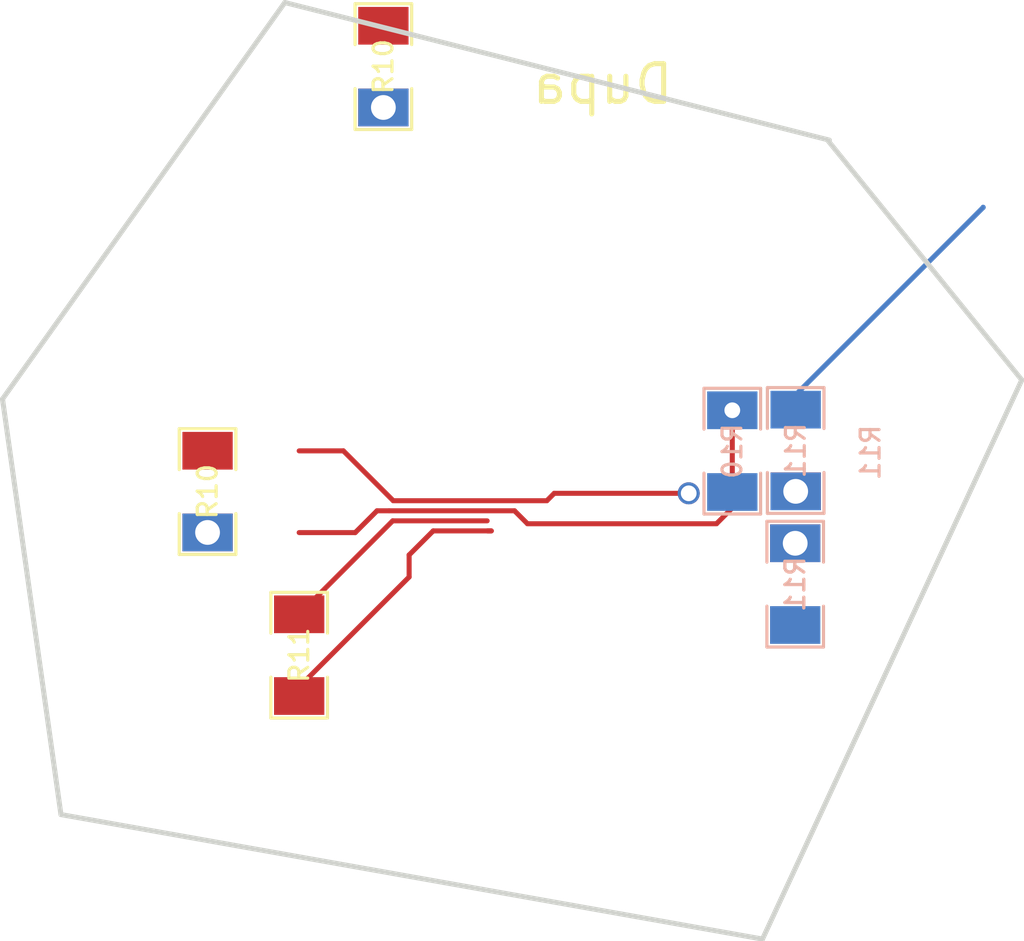
<source format=kicad_pcb>
(kicad_pcb (version 20200724) (host pcbnew "(5.99.0-2470-gb06c158764-dirty)")

  (general
    (thickness 1.6002)
    (drawings 7)
    (tracks 28)
    (modules 6)
    (nets 5)
  )

  (paper "A3")
  (title_block
    (title "KiCad demo")
    (date "2015-10-14")
    (rev "1.A")
  )

  (layers
    (0 "Composant" signal)
    (1 "GND_layer" signal)
    (2 "VCC_layer" signal)
    (31 "Cuivre" signal)
    (32 "B.Adhes" user)
    (33 "F.Adhes" user)
    (34 "B.Paste" user)
    (35 "F.Paste" user)
    (36 "B.SilkS" user)
    (37 "F.SilkS" user)
    (38 "B.Mask" user)
    (39 "F.Mask" user)
    (40 "Dwgs.User" user)
    (41 "Cmts.User" user)
    (42 "Eco1.User" user)
    (43 "Eco2.User" user)
    (44 "Edge.Cuts" user)
    (45 "Margin" user)
    (46 "B.CrtYd" user)
    (47 "F.CrtYd" user)
  )

  (setup
    (aux_axis_origin 40.9 173.1)
    (pcbplotparams
      (layerselection 0x010fc_80000007)
      (usegerberextensions false)
      (usegerberattributes true)
      (usegerberadvancedattributes true)
      (creategerberjobfile true)
      (svguseinch false)
      (svgprecision 6)
      (excludeedgelayer false)
      (linewidth 0.100000)
      (plotframeref false)
      (viasonmask false)
      (mode 1)
      (useauxorigin true)
      (hpglpennumber 1)
      (hpglpenspeed 20)
      (hpglpendiameter 15.000000)
      (psnegative false)
      (psa4output false)
      (plotreference true)
      (plotvalue true)
      (plotinvisibletext false)
      (sketchpadsonfab false)
      (subtractmaskfromsilk false)
      (outputformat 1)
      (mirror false)
      (drillshape 0)
      (scaleselection 1)
      (outputdirectory "plots")
    )
  )

  (net 0 "")
  (net 1 "Net1")
  (net 2 "Net2")
  (net 3 "Net3")
  (net 4 "Net4")

  (module "lib_smd:SM1206" (layer "Composant") (tedit 5F1AFF3A) (tstamp 00000000-0000-0000-0000-00005402cf81)
    (at 60.66 26.51 90)
    (path "/00000000-0000-0000-0000-00004bf0367f/00000000-0000-0000-0000-000022760f80")
    (attr smd)
    (fp_text reference "R10" (at 0 0 270) (layer "F.SilkS")
      (effects (font (size 0.762 0.762) (thickness 0.127)))
      (tstamp da150652-2846-4482-abb7-c0153df1f1a8)
    )
    (fp_text value "1K" (at 0 0 270) (layer "F.SilkS") hide
      (effects (font (size 0.762 0.762) (thickness 0.127)))
      (tstamp 26e96a7d-01f3-41ea-bd97-088bbd1adcfe)
    )
    (fp_line (start -2.54 1.143) (end -0.889 1.143) (layer "F.SilkS") (width 0.127) (tstamp 0a6ed827-a1ce-421c-ad38-d3ad8173b150))
    (fp_line (start 2.54 -1.143) (end 2.54 1.143) (layer "F.SilkS") (width 0.127) (tstamp 2c5feb20-7cc1-4bde-a850-7bb547935d76))
    (fp_line (start -2.54 -1.143) (end -2.54 1.143) (layer "F.SilkS") (width 0.127) (tstamp 2d82e9f5-8a6a-4092-a430-eba549476e82))
    (fp_line (start 0.889 -1.143) (end 2.54 -1.143) (layer "F.SilkS") (width 0.127) (tstamp 2fb22259-68fc-4e9c-9acd-32e139163ab4))
    (fp_line (start 2.54 1.143) (end 0.889 1.143) (layer "F.SilkS") (width 0.127) (tstamp adcd8f67-5bbf-4fc5-b2cb-d0930aba6332))
    (fp_line (start -0.889 -1.143) (end -2.54 -1.143) (layer "F.SilkS") (width 0.127) (tstamp ec40258a-ce28-4182-a8a4-90e0beaa79f4))
    (pad "1" thru_hole rect (at -1.651 0 90) (size 1.524 2.032) (drill 1) (layers *.Cu *.Mask)
      (net 2 "Net2") (tstamp d85d64ec-0c45-4808-b66c-a6e95250cd7d))
    (pad "2" smd rect (at 1.651 0 90) (size 1.524 2.032) (layers "Composant" "F.Paste" "F.Mask")
      (net 4 "Net4") (tstamp b1cfb053-add6-4c39-a602-ee8cec92ed6d))
    (model "SMD_Packages.3dshapes/SMD-1206.wrl"
      (at (xyz 0 0 0))
      (scale (xyz 0.17 0.16 0.16))
      (rotate (xyz 0 0 0))
    )
  )

  (module "lib_smd:SM1206" (layer "Composant") (tedit 54019107) (tstamp 00000000-0000-0000-0000-00005402cf8c)
    (at 57.26 50.29 -90)
    (path "/00000000-0000-0000-0000-00004bf0367f/00000000-0000-0000-0000-000022760fbc")
    (attr smd)
    (fp_text reference "R11" (at 0 0 90) (layer "F.SilkS")
      (effects (font (size 0.762 0.762) (thickness 0.127)))
      (tstamp 32be642b-937a-4421-8813-4374c03e1d6b)
    )
    (fp_text value "1K" (at 0 0 90) (layer "F.SilkS") hide
      (effects (font (size 0.762 0.762) (thickness 0.127)))
      (tstamp 1816928c-17d7-48ce-bee8-1741317d10ac)
    )
    (fp_line (start 0.889 -1.143) (end 2.54 -1.143) (layer "F.SilkS") (width 0.127) (tstamp 2b9557e5-e0b3-423c-86ee-54738cae7bd2))
    (fp_line (start 2.54 -1.143) (end 2.54 1.143) (layer "F.SilkS") (width 0.127) (tstamp 31d6a4c9-c879-4883-9ae6-151f2ee7b0f1))
    (fp_line (start -2.54 1.143) (end -0.889 1.143) (layer "F.SilkS") (width 0.127) (tstamp 64afb3d7-59d9-480f-8afe-2fad3014a2c2))
    (fp_line (start -0.889 -1.143) (end -2.54 -1.143) (layer "F.SilkS") (width 0.127) (tstamp 8efd779d-1807-4503-80d0-0ebe2419b838))
    (fp_line (start -2.54 -1.143) (end -2.54 1.143) (layer "F.SilkS") (width 0.127) (tstamp a15f31b1-286c-4230-833f-ecb13c2a63b7))
    (fp_line (start 2.54 1.143) (end 0.889 1.143) (layer "F.SilkS") (width 0.127) (tstamp c4588b05-d768-4848-92eb-0ce90965459b))
    (pad "1" smd rect (at -1.651 0 270) (size 1.524 2.032) (layers "Composant" "F.Paste" "F.Mask")
      (net 3 "Net3") (tstamp aa67310d-5884-4d05-8dcf-bf41060498ff))
    (pad "2" smd rect (at 1.651 0 270) (size 1.524 2.032) (layers "Composant" "F.Paste" "F.Mask")
      (net 1 "Net1") (tstamp 11cb9d3f-10e3-41e4-b53f-517fc40917f8))
    (model "SMD_Packages.3dshapes/SMD-1206.wrl"
      (at (xyz 0 0 0))
      (scale (xyz 0.17 0.16 0.16))
      (rotate (xyz 0 0 0))
    )
  )

  (module "lib_smd:SM1206" (layer "Composant") (tedit 5F1AFF3A) (tstamp 62f63c2d-5de7-4136-94e8-8bc3f03545b5)
    (at 53.56 43.68 90)
    (path "/00000000-0000-0000-0000-00004bf0367f/00000000-0000-0000-0000-000022760f80")
    (attr smd)
    (fp_text reference "R10" (at 0 0 270) (layer "F.SilkS")
      (effects (font (size 0.762 0.762) (thickness 0.127)))
      (tstamp c97d29fa-3f85-4a3a-95c1-1cbc45fb9e1e)
    )
    (fp_text value "1K" (at 0 0 270) (layer "F.SilkS") hide
      (effects (font (size 0.762 0.762) (thickness 0.127)))
      (tstamp 50091b90-a4f6-4cfc-b220-05ab2fec5964)
    )
    (fp_line (start 0.889 -1.143) (end 2.54 -1.143) (layer "F.SilkS") (width 0.127) (tstamp 4d5698b8-7842-481b-a7bd-33b032fd3a13))
    (fp_line (start -2.54 1.143) (end -0.889 1.143) (layer "F.SilkS") (width 0.127) (tstamp 6003f482-46ce-4725-9a26-272441c23cbb))
    (fp_line (start 2.54 -1.143) (end 2.54 1.143) (layer "F.SilkS") (width 0.127) (tstamp 63a8aa6b-e16e-41fa-838b-ee00c835b4eb))
    (fp_line (start -0.889 -1.143) (end -2.54 -1.143) (layer "F.SilkS") (width 0.127) (tstamp 72181855-ec9b-4540-b21a-8ae1df278ae4))
    (fp_line (start -2.54 -1.143) (end -2.54 1.143) (layer "F.SilkS") (width 0.127) (tstamp a8fdd33d-4066-49a5-ad54-1c695bc743c0))
    (fp_line (start 2.54 1.143) (end 0.889 1.143) (layer "F.SilkS") (width 0.127) (tstamp eaf060d2-a6fa-45b6-a910-72c92e1bd176))
    (pad "1" thru_hole rect (at -1.651 0 90) (size 1.524 2.032) (drill 1) (layers *.Cu *.Mask)
      (net 2 "Net2") (tstamp d85d64ec-0c45-4808-b66c-a6e95250cd7d))
    (pad "2" smd rect (at 1.651 0 90) (size 1.524 2.032) (layers "Composant" "F.Paste" "F.Mask")
      (net 4 "Net4") (tstamp b1cfb053-add6-4c39-a602-ee8cec92ed6d))
    (model "SMD_Packages.3dshapes/SMD-1206.wrl"
      (at (xyz 0 0 0))
      (scale (xyz 0.17 0.16 0.16))
      (rotate (xyz 0 0 0))
    )
  )

  (module "lib_smd:SM1206" (layer "Cuivre") (tedit 5F1AFEB3) (tstamp 6839e320-e6b8-495a-b2b3-9c17db9c24c2)
    (at 77.29 47.42 -90)
    (path "/00000000-0000-0000-0000-00004bf0367f/00000000-0000-0000-0000-000022760fbc")
    (attr smd)
    (fp_text reference "R11" (at 0 0 -90) (layer "B.SilkS")
      (effects (font (size 0.762 0.762) (thickness 0.127)) (justify mirror))
      (tstamp 6c9d5d75-5381-4e16-be31-56c62e953955)
    )
    (fp_text value "1K" (at 0 0 -90) (layer "B.SilkS") hide
      (effects (font (size 0.762 0.762) (thickness 0.127)) (justify mirror))
      (tstamp cfc24072-932d-476a-8799-bc855bcd6f94)
    )
    (fp_text user "${REFERENCE}" (at 0 0 -90) (layer "B.SilkS")
      (effects (font (size 0.762 0.762) (thickness 0.127)) (justify mirror))
      (tstamp 98aaf6f4-aeff-490d-b426-ed3ea79e409e)
    )
    (fp_text user "${VALUE}" (at 0 0 -90) (layer "B.SilkS") hide
      (effects (font (size 0.762 0.762) (thickness 0.127)) (justify mirror))
      (tstamp a7ff2e67-23da-4026-aa9c-8fbbcd438cd7)
    )
    (fp_line (start 2.54 1.143) (end 2.54 -1.143) (layer "B.SilkS") (width 0.127) (tstamp 243c1190-748e-40da-b135-52c103061a9a))
    (fp_line (start -2.54 -1.143) (end -0.889 -1.143) (layer "B.SilkS") (width 0.127) (tstamp 5ad8dcc3-639a-4ff4-b812-cadfbd3c45eb))
    (fp_line (start 0.889 1.143) (end 2.54 1.143) (layer "B.SilkS") (width 0.127) (tstamp 966d9104-e5b2-4af0-8380-c0cc1b472081))
    (fp_line (start 2.54 -1.143) (end 0.889 -1.143) (layer "B.SilkS") (width 0.127) (tstamp 9fe32d4e-cd36-4621-86dc-04b40ea28488))
    (fp_line (start -0.889 1.143) (end -2.54 1.143) (layer "B.SilkS") (width 0.127) (tstamp bbef550f-3d7b-40c5-a369-a92fdb131d09))
    (fp_line (start -2.54 1.143) (end -2.54 -1.143) (layer "B.SilkS") (width 0.127) (tstamp c4f75699-5c60-43be-9273-447f7e937019))
    (pad "1" thru_hole rect (at -1.651 0 270) (size 1.524 2.032) (drill 1) (layers *.Cu *.Mask)
      (net 3 "Net3") (tstamp aa67310d-5884-4d05-8dcf-bf41060498ff))
    (pad "2" smd rect (at 1.651 0 270) (size 1.524 2.032) (layers "Cuivre" "B.Paste" "B.Mask")
      (net 1 "Net1") (tstamp 11cb9d3f-10e3-41e4-b53f-517fc40917f8))
    (model "SMD_Packages.3dshapes/SMD-1206.wrl"
      (at (xyz 0 0 0))
      (scale (xyz 0.17 0.16 0.16))
      (rotate (xyz 0 0 0))
    )
  )

  (module "lib_smd:SM1206" (layer "Cuivre") (tedit 54019107) (tstamp 7878478d-dbff-4e07-9acb-bbb7715fff75)
    (at 74.75 42.046 -90)
    (path "/00000000-0000-0000-0000-00004bf0367f/00000000-0000-0000-0000-000022760f80")
    (attr smd)
    (fp_text reference "R10" (at 0 0 -270) (layer "B.SilkS")
      (effects (font (size 0.762 0.762) (thickness 0.127)) (justify mirror))
      (tstamp d9a9766d-8462-45d0-84af-44eb0b8b676f)
    )
    (fp_text value "1K" (at 0 0 -270) (layer "B.SilkS") hide
      (effects (font (size 0.762 0.762) (thickness 0.127)) (justify mirror))
      (tstamp 9379d568-7c3d-4b0f-af91-d304a27665b2)
    )
    (fp_line (start 2.54 1.143) (end 2.54 -1.143) (layer "B.SilkS") (width 0.127) (tstamp 01d8d962-fa7d-487b-a13f-d91a1785d8fe))
    (fp_line (start 0.889 1.143) (end 2.54 1.143) (layer "B.SilkS") (width 0.127) (tstamp 47f13511-dbc0-4eaf-958d-38f9d6411b11))
    (fp_line (start -0.889 1.143) (end -2.54 1.143) (layer "B.SilkS") (width 0.127) (tstamp 9c5ebfe9-a9a1-4c67-af77-8473bbc20a8b))
    (fp_line (start 2.54 -1.143) (end 0.889 -1.143) (layer "B.SilkS") (width 0.127) (tstamp a0decc16-4599-4964-b22c-a8a9d1c62b3e))
    (fp_line (start -2.54 1.143) (end -2.54 -1.143) (layer "B.SilkS") (width 0.127) (tstamp c2160f97-eccd-4065-9e35-a39ec0935a8c))
    (fp_line (start -2.54 -1.143) (end -0.889 -1.143) (layer "B.SilkS") (width 0.127) (tstamp d98fa1cd-3e0c-4d59-96a9-182045b4db05))
    (pad "1" smd rect (at -1.651 0 270) (size 1.524 2.032) (layers "Cuivre" "B.Paste" "B.Mask")
      (net 2 "Net2") (tstamp d85d64ec-0c45-4808-b66c-a6e95250cd7d))
    (pad "2" smd rect (at 1.651 0 270) (size 1.524 2.032) (layers "Cuivre" "B.Paste" "B.Mask")
      (net 4 "Net4") (tstamp b1cfb053-add6-4c39-a602-ee8cec92ed6d))
    (model "SMD_Packages.3dshapes/SMD-1206.wrl"
      (at (xyz 0 0 0))
      (scale (xyz 0.17 0.16 0.16))
      (rotate (xyz 0 0 0))
    )
  )

  (module "lib_smd:SM1206" (layer "Cuivre") (tedit 5F1AFEB3) (tstamp cf6d41b6-be24-4142-a50b-7bf0419214d3)
    (at 77.31 42.02 90)
    (path "/00000000-0000-0000-0000-00004bf0367f/00000000-0000-0000-0000-000022760fbc")
    (attr smd)
    (fp_text reference "R11" (at 0 0 -90) (layer "B.SilkS")
      (effects (font (size 0.762 0.762) (thickness 0.127)) (justify mirror))
      (tstamp bd7c394f-e3f3-4c3b-9fc1-b2dbd95bcba2)
    )
    (fp_text value "1K" (at 0 0 -90) (layer "B.SilkS") hide
      (effects (font (size 0.762 0.762) (thickness 0.127)) (justify mirror))
      (tstamp 5db512ad-3a40-4e1b-95c7-676959a6f69e)
    )
    (fp_text user "${REFERENCE}" (at -0.08 3.02 -90) (layer "B.SilkS")
      (effects (font (size 0.762 0.762) (thickness 0.127)) (justify mirror))
      (tstamp a4c51c66-f116-4f86-8760-bf1bfbdfca4e)
    )
    (fp_text user "${VALUE}" (at -0.08 3.02 -90) (layer "B.SilkS") hide
      (effects (font (size 0.762 0.762) (thickness 0.127)) (justify mirror))
      (tstamp ee9d8cf5-f63a-45f5-aeeb-574c34bd7676)
    )
    (fp_line (start 2.54 1.143) (end 2.54 -1.143) (layer "B.SilkS") (width 0.127) (tstamp 1c3b4780-a468-4611-98e3-08b03761e1a9))
    (fp_line (start -2.54 -1.143) (end -0.889 -1.143) (layer "B.SilkS") (width 0.127) (tstamp 2f28c98b-3003-41fb-bf3c-c8060c15ddb3))
    (fp_line (start -0.889 1.143) (end -2.54 1.143) (layer "B.SilkS") (width 0.127) (tstamp 39d92047-85c9-48de-8284-5b1ca983b249))
    (fp_line (start -2.54 1.143) (end -2.54 -1.143) (layer "B.SilkS") (width 0.127) (tstamp 59330c43-31b9-48e2-89d7-5502209ecf10))
    (fp_line (start 2.54 -1.143) (end 0.889 -1.143) (layer "B.SilkS") (width 0.127) (tstamp 65a55daf-02a0-4605-9ca9-60f0378ab577))
    (fp_line (start 0.889 1.143) (end 2.54 1.143) (layer "B.SilkS") (width 0.127) (tstamp c996da25-315b-4992-9a2d-fb11e18eefb1))
    (pad "1" thru_hole rect (at -1.651 0 90) (size 1.524 2.032) (drill 1) (layers *.Cu *.Mask)
      (net 3 "Net3") (tstamp aa67310d-5884-4d05-8dcf-bf41060498ff))
    (pad "2" smd rect (at 1.651 0 90) (size 1.524 2.032) (layers "Cuivre" "B.Paste" "B.Mask")
      (net 1 "Net1") (tstamp 11cb9d3f-10e3-41e4-b53f-517fc40917f8))
    (model "SMD_Packages.3dshapes/SMD-1206.wrl"
      (at (xyz 0 0 0))
      (scale (xyz 0.17 0.16 0.16))
      (rotate (xyz 0 0 0))
    )
  )

  (gr_line (start 56.68 23.92) (end 78.67 29.48) (layer "Edge.Cuts") (width 0.2032) (tstamp 474b8fab-d96d-474a-8c61-c7e2227329f8))
  (gr_line (start 78.59 29.47) (end 86.44 39.17) (layer "Edge.Cuts") (width 0.2032) (tstamp 5840e644-6b66-44f1-845b-59fe9e9bb901))
  (gr_line (start 75.97 61.76) (end 47.64 56.73) (layer "Edge.Cuts") (width 0.2032) (tstamp 676cd0a0-0234-4236-888b-4a7984fb9c70))
  (gr_line (start 47.64 56.73) (end 45.28 39.94) (layer "Edge.Cuts") (width 0.2032) (tstamp 67c6ebce-4603-490b-a1e3-1a9ac74324f1))
  (gr_line (start 86.44 39.17) (end 75.97 61.76) (layer "Edge.Cuts") (width 0.2032) (tstamp d2f503b1-ed74-4d31-a991-bd9656ff581e))
  (gr_line (start 45.28 39.94) (end 56.68 23.92) (layer "Edge.Cuts") (width 0.2032) (tstamp f8679be3-5fc7-4d34-9446-82eee2eee5bf))
  (gr_text "Dupa" (at 69.51 27.22) (layer "F.SilkS") (tstamp 1c39f03d-97a7-46d9-9bed-38e617c3b619)
    (effects (font (size 1.524 1.524) (thickness 0.2032)) (justify mirror))
  )

  (segment (start 61.7 47.13) (end 61.7 46.24) (width 0.2032) (layer "Composant") (net 1) (tstamp 2911a49d-d9ac-4dad-8965-d7abcbd48932))
  (segment (start 62.67077 45.26923) (end 65.01834 45.26923) (width 0.2032) (layer "Composant") (net 1) (tstamp 5223ac82-4207-4e56-8f80-fc8163229ff2))
  (segment (start 61.7 46.24) (end 62.67077 45.26923) (width 0.2032) (layer "Composant") (net 1) (tstamp 78574693-36f7-41c3-8372-1beb483f4919))
  (segment (start 57.26 51.941) (end 57.26 51.57) (width 0.2032) (layer "Composant") (net 1) (tstamp 8a8d348d-69c0-4919-a6e5-75f8709b0d4b))
  (segment (start 65.01834 45.26923) (end 64.87 45.26923) (width 0.2032) (layer "Composant") (net 1) (tstamp f3f895af-921c-4405-9d2c-a994ff46a36e))
  (segment (start 57.26 51.57) (end 61.7 47.13) (width 0.2032) (layer "Composant") (net 1) (tstamp f694334e-a9e7-4d5c-a90b-b15a26d06084))
  (segment (start 77.31 39.77) (end 84.88 32.2) (width 0.2032) (layer "Cuivre") (net 1) (tstamp 054c3a3d-6273-48aa-b503-07ff4f30ed20))
  (segment (start 77.31 40.369) (end 77.31 40.03) (width 0.2032) (layer "Cuivre") (net 1) (tstamp 44d2121f-742d-41b0-b6c7-957e6c8e6fa4))
  (segment (start 84.88 32.2) (end 84.88 32.19) (width 0.2032) (layer "Cuivre") (net 1) (tstamp 6693b7e0-4787-4a5c-bdfa-1148a6c61bcd))
  (segment (start 77.31 40.369) (end 77.31 39.77) (width 0.2032) (layer "Cuivre") (net 1) (tstamp a4ee6832-cebc-44f0-9404-95c1a8125935))
  (segment (start 65.95641 44.45641) (end 66.48 44.98) (width 0.2032) (layer "Composant") (net 2) (tstamp 14bb23f7-15be-43d6-82ba-05802d6e870c))
  (segment (start 74.11 44.98) (end 74.75 44.34) (width 0.2032) (layer "Composant") (net 2) (tstamp 33b71764-2dee-43d4-862d-4ce8ab506b73))
  (segment (start 74.75 44.34) (end 74.75 40.395) (width 0.2032) (layer "Composant") (net 2) (tstamp 34677ff2-0a86-43cc-8da2-df756ebaf399))
  (segment (start 66.48 44.98) (end 74.11 44.98) (width 0.2032) (layer "Composant") (net 2) (tstamp 58870eeb-1ee8-4365-81f6-644d10260a70))
  (segment (start 60.40359 44.45641) (end 60.89166 44.45641) (width 0.2032) (layer "Composant") (net 2) (tstamp 8e2d1065-302e-482f-81b6-3d31d0643e24))
  (segment (start 59.523 45.337) (end 60.40359 44.45641) (width 0.2032) (layer "Composant") (net 2) (tstamp c954b2e0-51d2-4950-8f2a-7143adff5865))
  (segment (start 57.26 45.337) (end 59.523 45.337) (width 0.2032) (layer "Composant") (net 2) (tstamp ef9660dc-199b-4386-8c7f-92cec3d85773))
  (segment (start 60.89166 44.45641) (end 65.95641 44.45641) (width 0.2032) (layer "Composant") (net 2) (tstamp efec1be9-cdeb-40da-a27f-a503d55d30a2))
  (via (at 74.75 40.395) (size 0.889) (drill 0.635) (layers "Composant" "Cuivre") (net 2) (tstamp 2ee707fc-c4c2-436b-9f8a-082000400e64))
  (segment (start 57.26 48.639) (end 61.03618 44.86282) (width 0.2032) (layer "Composant") (net 3) (tstamp 18e8fb07-1048-4440-81bf-85c3063dee17))
  (segment (start 61.03618 44.86282) (end 64.85 44.86282) (width 0.2032) (layer "Composant") (net 3) (tstamp eac47d05-6561-4d3b-88a5-073ca5967b09))
  (segment (start 67.26 44.05) (end 67.56 43.75) (width 0.2032) (layer "Composant") (net 4) (tstamp 3b16deb7-8d8e-44b8-b5c1-b34386add5b7))
  (segment (start 65.86 44.05) (end 67.26 44.05) (width 0.2032) (layer "Composant") (net 4) (tstamp 4f87807d-8760-44de-8181-8c3a080a5a75))
  (segment (start 59.045 42.035) (end 61.06 44.05) (width 0.2032) (layer "Composant") (net 4) (tstamp 6d7d1289-6535-423f-a199-f228105c6d91))
  (segment (start 57.26 42.035) (end 59.045 42.035) (width 0.2032) (layer "Composant") (net 4) (tstamp 75276ab2-082f-49bf-89bf-cb2785abb992))
  (segment (start 61.06 44.05) (end 65.86 44.05) (width 0.2032) (layer "Composant") (net 4) (tstamp 84f97f24-934c-4869-a0a5-9b902def1b2b))
  (segment (start 67.56 43.75) (end 72.99 43.75) (width 0.2032) (layer "Composant") (net 4) (tstamp ae29a614-f3a7-4e3a-8466-54ac0eb68621))
  (via (at 72.99 43.75) (size 0.889) (drill 0.635) (layers "Composant" "Cuivre") (net 4) (tstamp 3a8e56c3-5066-45b4-9519-5a33d6834af0))

)

</source>
